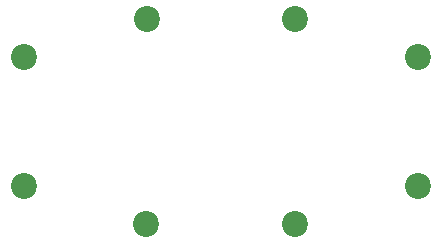
<source format=gts>
G04 #@! TF.GenerationSoftware,KiCad,Pcbnew,(5.1.12)-1*
G04 #@! TF.CreationDate,2022-03-26T22:12:51+08:00*
G04 #@! TF.ProjectId,Nozzle,4e6f7a7a-6c65-42e6-9b69-6361645f7063,0.5*
G04 #@! TF.SameCoordinates,Original*
G04 #@! TF.FileFunction,Soldermask,Top*
G04 #@! TF.FilePolarity,Negative*
%FSLAX46Y46*%
G04 Gerber Fmt 4.6, Leading zero omitted, Abs format (unit mm)*
G04 Created by KiCad (PCBNEW (5.1.12)-1) date 2022-03-26 22:12:51*
%MOMM*%
%LPD*%
G01*
G04 APERTURE LIST*
%ADD10C,2.200000*%
G04 APERTURE END LIST*
D10*
X121145300Y-97523300D03*
X121145300Y-86525100D03*
X144145000Y-100723700D03*
X154546300Y-86525100D03*
X131546600Y-100723700D03*
X154533600Y-97523300D03*
X144132300Y-83324700D03*
X131559300Y-83324700D03*
M02*

</source>
